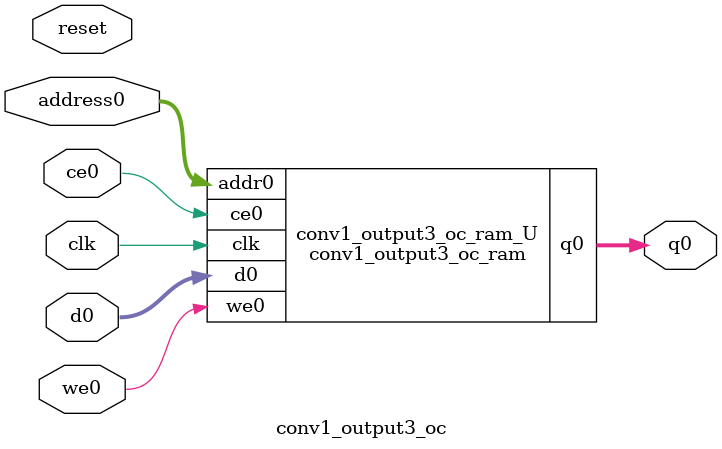
<source format=v>

`timescale 1 ns / 1 ps
module conv1_output3_oc_ram (addr0, ce0, d0, we0, q0,  clk);

parameter DWIDTH = 32;
parameter AWIDTH = 11;
parameter MEM_SIZE = 1600;

input[AWIDTH-1:0] addr0;
input ce0;
input[DWIDTH-1:0] d0;
input we0;
output reg[DWIDTH-1:0] q0;
input clk;

(* ram_style = "block" *)reg [DWIDTH-1:0] ram[0:MEM_SIZE-1];




always @(posedge clk)  
begin 
    if (ce0) 
    begin
        if (we0) 
        begin 
            ram[addr0] <= d0; 
            q0 <= d0;
        end 
        else 
            q0 <= ram[addr0];
    end
end


endmodule


`timescale 1 ns / 1 ps
module conv1_output3_oc(
    reset,
    clk,
    address0,
    ce0,
    we0,
    d0,
    q0);

parameter DataWidth = 32'd32;
parameter AddressRange = 32'd1600;
parameter AddressWidth = 32'd11;
input reset;
input clk;
input[AddressWidth - 1:0] address0;
input ce0;
input we0;
input[DataWidth - 1:0] d0;
output[DataWidth - 1:0] q0;



conv1_output3_oc_ram conv1_output3_oc_ram_U(
    .clk( clk ),
    .addr0( address0 ),
    .ce0( ce0 ),
    .we0( we0 ),
    .d0( d0 ),
    .q0( q0 ));

endmodule


</source>
